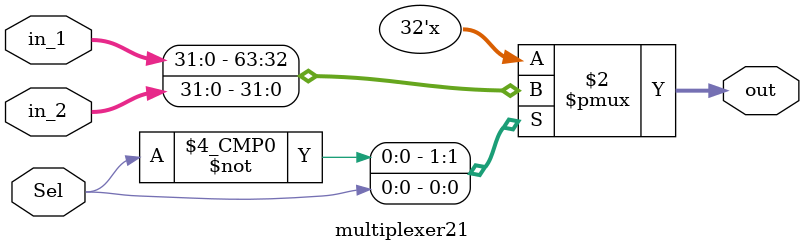
<source format=v>
module multiplexer21
    #(parameter WIDTH = 32)
    (input [WIDTH-1:0] in_1, in_2,
    input Sel,
    output reg [WIDTH-1:0]  out
);

    always @(*)begin
        case(Sel)
            1'b0: out = in_1;
            1'b1: out = in_2;
        endcase
    end


endmodule
</source>
